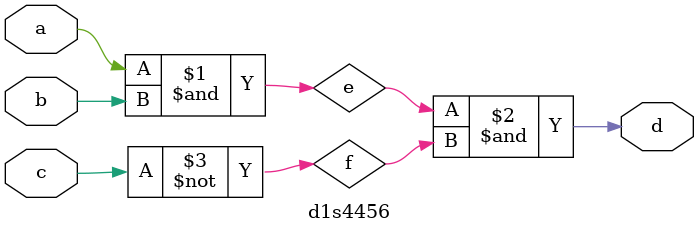
<source format=v>
module d1s4456(a,b,c,d);
  input a,b,c;
  output d;
  wire a,b,c,d,e,f;
  
  and E1(e,a,b);
  not E2(f,c);
  and E3(d,e,f);

endmodule
</source>
